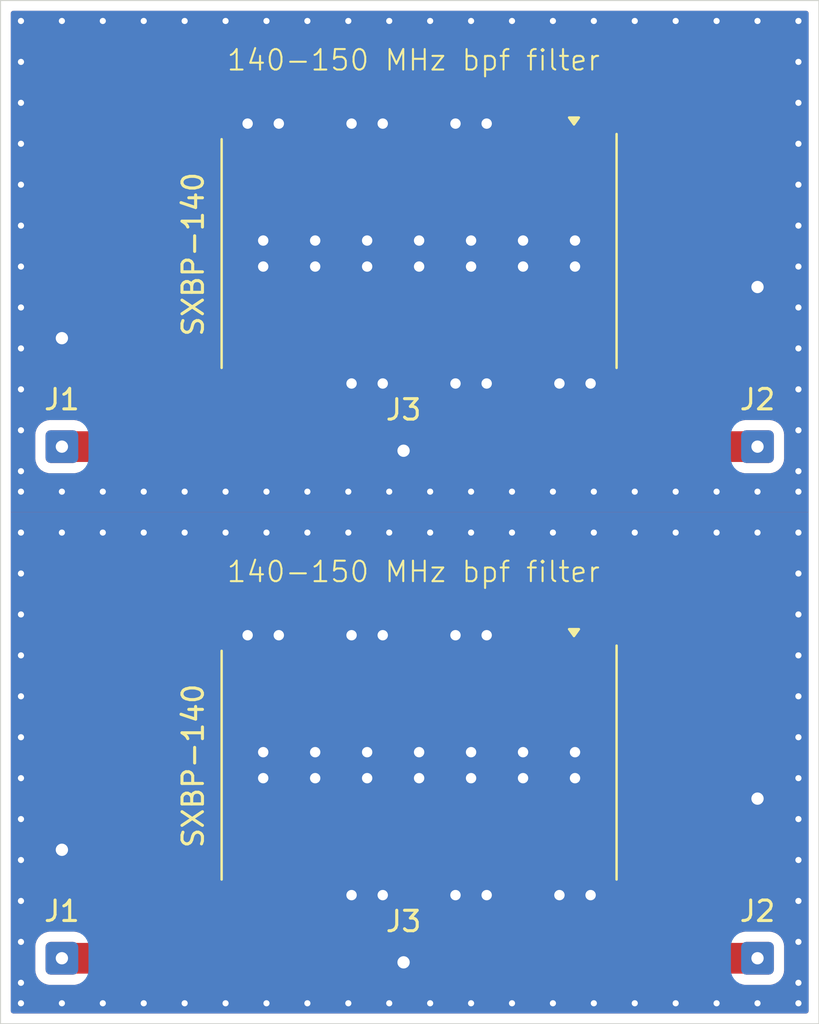
<source format=kicad_pcb>
(kicad_pcb (version 20240108) (generator "pcbnew") (generator_version "8.0")
  (layers (0 "F.Cu" signal) (31 "B.Cu" signal) (34 "B.Paste" user) (35 "F.Paste" user) (36 "B.SilkS" user "B.Silkscreen") (37 "F.SilkS" user "F.Silkscreen") (38 "B.Mask" user) (39 "F.Mask" user) (44 "Edge.Cuts" user))
  (net 0 "")
  (net 1 "Net-(J1-Pin_1)")
  (net 2 "GND")
  (net 3 "Net-(J2-Pin_1)")
  (footprint "RF_Mini-Circuits:Mini-Circuits_HF1139_LandPatternPL-230" (layer "F.Cu") (at 105.46 57.365 -90)
    (property "Reference" "U1" (hide yes))
    (property "Value" "SXBP-140")
    (fp_line (start 5.588 9.652) (end -5.588 9.652) (stroke (width 0.12)) (layer "F.SilkS"))
    (fp_line (start 5.588 -9.652) (end -5.842 -9.652) (stroke (width 0.12)) (layer "F.SilkS"))
    (fp_poly (pts (xy -6.31 -7.57) (xy -6.646 -7.33) (xy -6.646 -7.81) (xy -6.31 -7.57)) (stroke (width 0.12)) (fill solid) (layer "F.SilkS"))
    (pad "1" smd rect (at -5.2705 -7.62 180) (size 1.524 1.397) (layers "F.Cu" "F.Paste" "F.Mask") (net 3 "Net-(J2-Pin_1)") (clearance 3.3782))
    (pad "2" smd rect (at 5.2705 -7.62 180) (size 1.524 1.397) (layers "F.Cu" "F.Paste" "F.Mask") (net 2 "GND"))
    (pad "2" thru_hole circle (at 6.35 -8.382 180) (size 1.016 1.016) (drill 0.508) (layers "*.Cu") (net 2 "GND"))
    (pad "2" thru_hole circle (at 6.35 -6.858 180) (size 1.016 1.016) (drill 0.508) (layers "*.Cu") (net 2 "GND"))
    (pad "3" thru_hole circle (at -6.35 -3.302 180) (size 1.016 1.016) (drill 0.508) (layers "*.Cu") (net 2 "GND"))
    (pad "3" thru_hole circle (at -6.35 -1.778 180) (size 1.016 1.016) (drill 0.508) (layers "*.Cu") (net 2 "GND"))
    (pad "3" smd rect (at -5.2705 -2.54 180) (size 1.524 1.397) (layers "F.Cu" "F.Paste" "F.Mask") (net 2 "GND"))
    (pad "4" smd rect (at 5.2705 -2.54 180) (size 1.524 1.397) (layers "F.Cu" "F.Paste" "F.Mask") (net 2 "GND"))
    (pad "4" thru_hole circle (at 6.35 -3.302 180) (size 1.016 1.016) (drill 0.508) (layers "*.Cu") (net 2 "GND"))
    (pad "4" thru_hole circle (at 6.35 -1.778 180) (size 1.016 1.016) (drill 0.508) (layers "*.Cu") (net 2 "GND"))
    (pad "5" thru_hole circle (at -6.35 1.778 180) (size 1.016 1.016) (drill 0.508) (layers "*.Cu") (net 2 "GND"))
    (pad "5" thru_hole circle (at -6.35 3.302 180) (size 1.016 1.016) (drill 0.508) (layers "*.Cu") (net 2 "GND"))
    (pad "5" smd rect (at -5.2705 2.54 180) (size 1.524 1.397) (layers "F.Cu" "F.Paste" "F.Mask") (net 2 "GND"))
    (pad "6" smd rect (at 5.2705 2.54 180) (size 1.524 1.397) (layers "F.Cu" "F.Paste" "F.Mask") (net 2 "GND"))
    (pad "6" thru_hole circle (at 6.35 1.778 180) (size 1.016 1.016) (drill 0.508) (layers "*.Cu") (net 2 "GND"))
    (pad "6" thru_hole circle (at 6.35 3.302 180) (size 1.016 1.016) (drill 0.508) (layers "*.Cu") (net 2 "GND"))
    (pad "7" thru_hole circle (at -6.35 6.858 180) (size 1.016 1.016) (drill 0.508) (layers "*.Cu") (net 2 "GND"))
    (pad "7" thru_hole circle (at -6.35 8.382 180) (size 1.016 1.016) (drill 0.508) (layers "*.Cu") (net 2 "GND"))
    (pad "7" smd rect (at -5.2705 7.62 180) (size 1.524 1.397) (layers "F.Cu" "F.Paste" "F.Mask") (net 2 "GND"))
    (pad "7" smd rect (at -4.0259 2.794 180) (size 13.208 5.6642) (layers "F.Cu") (net 2 "GND"))
    (pad "7" thru_hole circle (at -0.635 -7.62 180) (size 1.016 1.016) (drill 0.508) (layers "*.Cu") (net 2 "GND"))
    (pad "7" thru_hole circle (at -0.635 -5.08 180) (size 1.016 1.016) (drill 0.508) (layers "*.Cu") (net 2 "GND"))
    (pad "7" thru_hole circle (at -0.635 -2.54 180) (size 1.016 1.016) (drill 0.508) (layers "*.Cu") (net 2 "GND"))
    (pad "7" thru_hole circle (at -0.635 0 180) (size 1.016 1.016) (drill 0.508) (layers "*.Cu") (net 2 "GND"))
    (pad "7" thru_hole circle (at -0.635 2.54 180) (size 1.016 1.016) (drill 0.508) (layers "*.Cu") (net 2 "GND"))
    (pad "7" thru_hole circle (at -0.635 5.08 180) (size 1.016 1.016) (drill 0.508) (layers "*.Cu") (net 2 "GND"))
    (pad "7" thru_hole circle (at -0.635 7.62 180) (size 1.016 1.016) (drill 0.508) (layers "*.Cu") (net 2 "GND"))
    (pad "7" smd rect (at 0 0 180) (size 18.796 2.3876) (layers "F.Cu") (net 2 "GND"))
    (pad "7" thru_hole circle (at 0.635 -7.62 180) (size 1.016 1.016) (drill 0.508) (layers "*.Cu") (net 2 "GND"))
    (pad "7" thru_hole circle (at 0.635 -5.08 180) (size 1.016 1.016) (drill 0.508) (layers "*.Cu") (net 2 "GND"))
    (pad "7" thru_hole circle (at 0.635 -2.54 180) (size 1.016 1.016) (drill 0.508) (layers "*.Cu") (net 2 "GND"))
    (pad "7" thru_hole circle (at 0.635 0 180) (size 1.016 1.016) (drill 0.508) (layers "*.Cu") (net 2 "GND"))
    (pad "7" thru_hole circle (at 0.635 2.54 180) (size 1.016 1.016) (drill 0.508) (layers "*.Cu") (net 2 "GND"))
    (pad "7" thru_hole circle (at 0.635 5.08 180) (size 1.016 1.016) (drill 0.508) (layers "*.Cu") (net 2 "GND"))
    (pad "7" thru_hole circle (at 0.635 7.62 180) (size 1.016 1.016) (drill 0.508) (layers "*.Cu") (net 2 "GND"))
    (pad "7" smd rect (at 4.0259 -2.794 180) (size 13.208 5.6642) (layers "F.Cu") (net 2 "GND"))
    (pad "8" smd rect (at 5.2705 7.62 180) (size 1.524 1.397) (layers "F.Cu" "F.Paste" "F.Mask") (net 1 "Net-(J1-Pin_1)") (clearance 3.3782))
  )
  (footprint "Connector_Wire:SolderWire-0.1sqmm_1x01_D0.4mm_OD1mm" (layer "F.Cu") (at 104.7 92)
    (property "Reference" "J3" (at 0 -2 0) (layer "F.SilkS"))
    (property "Value" "Conn_01x01_Socket" (hide yes))
    (pad "1" thru_hole roundrect (at 0 0) (size 1.6 1.6) (drill 0.6) (layers "*.Cu" "*.Mask") (roundrect_rratio 0.15625) (net 2 "GND"))
  )
  (footprint "Connector_Wire:SolderWire-0.1sqmm_1x02_P3.6mm_D0.4mm_OD1mm" (layer "F.Cu") (at 122 91.8 90)
    (property "Reference" "J2" (at 2.3 0 180) (layer "F.SilkS"))
    (property "Value" "Conn_01x02_Socket" (hide yes))
    (pad "1" thru_hole roundrect (at 0 0 90) (size 1.6 1.6) (drill 0.6) (layers "*.Cu" "*.Mask") (roundrect_rratio 0.15625) (net 3 "Net-(J2-Pin_1)"))
    (pad "2" thru_hole circle (at 7.8 0 90) (size 1.6 1.6) (drill 0.6) (layers "*.Cu" "*.Mask") (net 2 "GND"))
  )
  (footprint "Connector_Wire:SolderWire-0.1sqmm_1x02_P3.6mm_D0.4mm_OD1mm" (layer "F.Cu") (at 122 66.8 90)
    (property "Reference" "J2" (at 2.3 0 180) (layer "F.SilkS"))
    (property "Value" "Conn_01x02_Socket" (hide yes))
    (pad "1" thru_hole roundrect (at 0 0 90) (size 1.6 1.6) (drill 0.6) (layers "*.Cu" "*.Mask") (roundrect_rratio 0.15625) (net 3 "Net-(J2-Pin_1)"))
    (pad "2" thru_hole circle (at 7.8 0 90) (size 1.6 1.6) (drill 0.6) (layers "*.Cu" "*.Mask") (net 2 "GND"))
  )
  (footprint "Connector_Wire:SolderWire-0.1sqmm_1x01_D0.4mm_OD1mm" (layer "F.Cu") (at 104.7 67)
    (property "Reference" "J3" (at 0 -2 0) (layer "F.SilkS"))
    (property "Value" "Conn_01x01_Socket" (hide yes))
    (pad "1" thru_hole roundrect (at 0 0) (size 1.6 1.6) (drill 0.6) (layers "*.Cu" "*.Mask") (roundrect_rratio 0.15625) (net 2 "GND"))
  )
  (footprint "RF_Mini-Circuits:Mini-Circuits_HF1139_LandPatternPL-230" (layer "F.Cu") (at 105.46 82.365 -90)
    (property "Reference" "U1" (hide yes))
    (property "Value" "SXBP-140")
    (fp_line (start 5.588 9.652) (end -5.588 9.652) (stroke (width 0.12)) (layer "F.SilkS"))
    (fp_line (start 5.588 -9.652) (end -5.842 -9.652) (stroke (width 0.12)) (layer "F.SilkS"))
    (fp_poly (pts (xy -6.31 -7.57) (xy -6.646 -7.33) (xy -6.646 -7.81) (xy -6.31 -7.57)) (stroke (width 0.12)) (fill solid) (layer "F.SilkS"))
    (pad "1" smd rect (at -5.2705 -7.62 180) (size 1.524 1.397) (layers "F.Cu" "F.Paste" "F.Mask") (net 3 "Net-(J2-Pin_1)") (clearance 3.3782))
    (pad "2" smd rect (at 5.2705 -7.62 180) (size 1.524 1.397) (layers "F.Cu" "F.Paste" "F.Mask") (net 2 "GND"))
    (pad "2" thru_hole circle (at 6.35 -8.382 180) (size 1.016 1.016) (drill 0.508) (layers "*.Cu") (net 2 "GND"))
    (pad "2" thru_hole circle (at 6.35 -6.858 180) (size 1.016 1.016) (drill 0.508) (layers "*.Cu") (net 2 "GND"))
    (pad "3" thru_hole circle (at -6.35 -3.302 180) (size 1.016 1.016) (drill 0.508) (layers "*.Cu") (net 2 "GND"))
    (pad "3" thru_hole circle (at -6.35 -1.778 180) (size 1.016 1.016) (drill 0.508) (layers "*.Cu") (net 2 "GND"))
    (pad "3" smd rect (at -5.2705 -2.54 180) (size 1.524 1.397) (layers "F.Cu" "F.Paste" "F.Mask") (net 2 "GND"))
    (pad "4" smd rect (at 5.2705 -2.54 180) (size 1.524 1.397) (layers "F.Cu" "F.Paste" "F.Mask") (net 2 "GND"))
    (pad "4" thru_hole circle (at 6.35 -3.302 180) (size 1.016 1.016) (drill 0.508) (layers "*.Cu") (net 2 "GND"))
    (pad "4" thru_hole circle (at 6.35 -1.778 180) (size 1.016 1.016) (drill 0.508) (layers "*.Cu") (net 2 "GND"))
    (pad "5" thru_hole circle (at -6.35 1.778 180) (size 1.016 1.016) (drill 0.508) (layers "*.Cu") (net 2 "GND"))
    (pad "5" thru_hole circle (at -6.35 3.302 180) (size 1.016 1.016) (drill 0.508) (layers "*.Cu") (net 2 "GND"))
    (pad "5" smd rect (at -5.2705 2.54 180) (size 1.524 1.397) (layers "F.Cu" "F.Paste" "F.Mask") (net 2 "GND"))
    (pad "6" smd rect (at 5.2705 2.54 180) (size 1.524 1.397) (layers "F.Cu" "F.Paste" "F.Mask") (net 2 "GND"))
    (pad "6" thru_hole circle (at 6.35 1.778 180) (size 1.016 1.016) (drill 0.508) (layers "*.Cu") (net 2 "GND"))
    (pad "6" thru_hole circle (at 6.35 3.302 180) (size 1.016 1.016) (drill 0.508) (layers "*.Cu") (net 2 "GND"))
    (pad "7" thru_hole circle (at -6.35 6.858 180) (size 1.016 1.016) (drill 0.508) (layers "*.Cu") (net 2 "GND"))
    (pad "7" thru_hole circle (at -6.35 8.382 180) (size 1.016 1.016) (drill 0.508) (layers "*.Cu") (net 2 "GND"))
    (pad "7" smd rect (at -5.2705 7.62 180) (size 1.524 1.397) (layers "F.Cu" "F.Paste" "F.Mask") (net 2 "GND"))
    (pad "7" smd rect (at -4.0259 2.794 180) (size 13.208 5.6642) (layers "F.Cu") (net 2 "GND"))
    (pad "7" thru_hole circle (at -0.635 -7.62 180) (size 1.016 1.016) (drill 0.508) (layers "*.Cu") (net 2 "GND"))
    (pad "7" thru_hole circle (at -0.635 -5.08 180) (size 1.016 1.016) (drill 0.508) (layers "*.Cu") (net 2 "GND"))
    (pad "7" thru_hole circle (at -0.635 -2.54 180) (size 1.016 1.016) (drill 0.508) (layers "*.Cu") (net 2 "GND"))
    (pad "7" thru_hole circle (at -0.635 0 180) (size 1.016 1.016) (drill 0.508) (layers "*.Cu") (net 2 "GND"))
    (pad "7" thru_hole circle (at -0.635 2.54 180) (size 1.016 1.016) (drill 0.508) (layers "*.Cu") (net 2 "GND"))
    (pad "7" thru_hole circle (at -0.635 5.08 180) (size 1.016 1.016) (drill 0.508) (layers "*.Cu") (net 2 "GND"))
    (pad "7" thru_hole circle (at -0.635 7.62 180) (size 1.016 1.016) (drill 0.508) (layers "*.Cu") (net 2 "GND"))
    (pad "7" smd rect (at 0 0 180) (size 18.796 2.3876) (layers "F.Cu") (net 2 "GND"))
    (pad "7" thru_hole circle (at 0.635 -7.62 180) (size 1.016 1.016) (drill 0.508) (layers "*.Cu") (net 2 "GND"))
    (pad "7" thru_hole circle (at 0.635 -5.08 180) (size 1.016 1.016) (drill 0.508) (layers "*.Cu") (net 2 "GND"))
    (pad "7" thru_hole circle (at 0.635 -2.54 180) (size 1.016 1.016) (drill 0.508) (layers "*.Cu") (net 2 "GND"))
    (pad "7" thru_hole circle (at 0.635 0 180) (size 1.016 1.016) (drill 0.508) (layers "*.Cu") (net 2 "GND"))
    (pad "7" thru_hole circle (at 0.635 2.54 180) (size 1.016 1.016) (drill 0.508) (layers "*.Cu") (net 2 "GND"))
    (pad "7" thru_hole circle (at 0.635 5.08 180) (size 1.016 1.016) (drill 0.508) (layers "*.Cu") (net 2 "GND"))
    (pad "7" thru_hole circle (at 0.635 7.62 180) (size 1.016 1.016) (drill 0.508) (layers "*.Cu") (net 2 "GND"))
    (pad "7" smd rect (at 4.0259 -2.794 180) (size 13.208 5.6642) (layers "F.Cu") (net 2 "GND"))
    (pad "8" smd rect (at 5.2705 7.62 180) (size 1.524 1.397) (layers "F.Cu" "F.Paste" "F.Mask") (net 1 "Net-(J1-Pin_1)") (clearance 3.3782))
  )
  (footprint "Connector_Wire:SolderWire-0.1sqmm_1x02_P3.6mm_D0.4mm_OD1mm" (layer "F.Cu") (at 88 66.8 90)
    (property "Reference" "J1" (at 2.3 0 180) (layer "F.SilkS"))
    (property "Value" "Conn_01x02_Socket" (hide yes))
    (pad "1" thru_hole roundrect (at 0 0 90) (size 1.6 1.6) (drill 0.6) (layers "*.Cu" "*.Mask") (roundrect_rratio 0.15625) (net 1 "Net-(J1-Pin_1)"))
    (pad "2" thru_hole circle (at 5.3 0 90) (size 1.6 1.6) (drill 0.6) (layers "*.Cu" "*.Mask") (net 2 "GND"))
  )
  (footprint "Connector_Wire:SolderWire-0.1sqmm_1x02_P3.6mm_D0.4mm_OD1mm" (layer "F.Cu") (at 88 91.8 90)
    (property "Reference" "J1" (at 2.3 0 180) (layer "F.SilkS"))
    (property "Value" "Conn_01x02_Socket" (hide yes))
    (pad "1" thru_hole roundrect (at 0 0 90) (size 1.6 1.6) (drill 0.6) (layers "*.Cu" "*.Mask") (roundrect_rratio 0.15625) (net 1 "Net-(J1-Pin_1)"))
    (pad "2" thru_hole circle (at 5.3 0 90) (size 1.6 1.6) (drill 0.6) (layers "*.Cu" "*.Mask") (net 2 "GND"))
  )
  (gr_rect (start 85 45) (end 125 95) (stroke (width 0.05)) (fill none) (layer "Edge.Cuts"))
  (gr_text "140-150 MHz bpf filter" (at 96 73.5 0) (layer "F.SilkS") (effects (font (size 1 1) (thickness 0.1)) (justify left bottom)))
  (gr_text "SXBP-140" (at 95 61.5 90) (layer "F.SilkS") (effects (font (size 1 1)) (justify left bottom)))
  (gr_text "140-150 MHz bpf filter" (at 96 48.5 0) (layer "F.SilkS") (effects (font (size 1 1) (thickness 0.1)) (justify left bottom)))
  (gr_text "SXBP-140" (at 95 86.5 90) (layer "F.SilkS") (effects (font (size 1 1)) (justify left bottom)))
  (segment (start 97.84 64.66) (end 97.84 62.6355) (width 1.5) (layer "F.Cu") (net 1))
  (segment (start 95.7 66.8) (end 97.84 64.66) (width 1.5) (layer "F.Cu") (net 1))
  (segment (start 88 91.8) (end 95.7 91.8) (width 1.5) (layer "F.Cu") (net 1))
  (segment (start 88 66.8) (end 95.7 66.8) (width 1.5) (layer "F.Cu") (net 1))
  (segment (start 95.7 91.8) (end 97.84 89.66) (width 1.5) (layer "F.Cu") (net 1))
  (segment (start 97.84 89.66) (end 97.84 87.6355) (width 1.5) (layer "F.Cu") (net 1))
  (via (at 122 94) (size 0.6) (drill 0.3) (layers "F.Cu" "B.Cu") (net 2))
  (via (at 124 93) (size 0.6) (drill 0.3) (layers "F.Cu" "B.Cu") (net 2))
  (via (at 124 71) (size 0.6) (drill 0.3) (layers "F.Cu" "B.Cu") (net 2))
  (via (at 124 66) (size 0.6) (drill 0.3) (layers "F.Cu" "B.Cu") (net 2))
  (via (at 86 58) (size 0.6) (drill 0.3) (layers "F.Cu" "B.Cu") (net 2))
  (via (at 96 46) (size 0.6) (drill 0.3) (layers "F.Cu" "B.Cu") (net 2))
  (via (at 86 64) (size 0.6) (drill 0.3) (layers "F.Cu" "B.Cu") (net 2))
  (via (at 104 71) (size 0.6) (drill 0.3) (layers "F.Cu" "B.Cu") (net 2))
  (via (at 86 75) (size 0.6) (drill 0.3) (layers "F.Cu" "B.Cu") (net 2))
  (via (at 124 50) (size 0.6) (drill 0.3) (layers "F.Cu" "B.Cu") (net 2))
  (via (at 96 71) (size 0.6) (drill 0.3) (layers "F.Cu" "B.Cu") (net 2))
  (via (at 100 71) (size 0.6) (drill 0.3) (layers "F.Cu" "B.Cu") (net 2))
  (via (at 124 89) (size 0.6) (drill 0.3) (layers "F.Cu" "B.Cu") (net 2))
  (via (at 104 94) (size 0.6) (drill 0.3) (layers "F.Cu" "B.Cu") (net 2))
  (via (at 102 94) (size 0.6) (drill 0.3) (layers "F.Cu" "B.Cu") (net 2))
  (via (at 110 69) (size 0.6) (drill 0.3) (layers "F.Cu" "B.Cu") (net 2))
  (via (at 124 52) (size 0.6) (drill 0.3) (layers "F.Cu" "B.Cu") (net 2))
  (via (at 98 71) (size 0.6) (drill 0.3) (layers "F.Cu" "B.Cu") (net 2))
  (via (at 92 94) (size 0.6) (drill 0.3) (layers "F.Cu" "B.Cu") (net 2))
  (via (at 114 69) (size 0.6) (drill 0.3) (layers "F.Cu" "B.Cu") (net 2))
  (via (at 86 93) (size 0.6) (drill 0.3) (layers "F.Cu" "B.Cu") (net 2))
  (via (at 118 69) (size 0.6) (drill 0.3) (layers "F.Cu" "B.Cu") (net 2))
  (via (at 86 68) (size 0.6) (drill 0.3) (layers "F.Cu" "B.Cu") (net 2))
  (via (at 86 77) (size 0.6) (drill 0.3) (layers "F.Cu" "B.Cu") (net 2))
  (via (at 124 85) (size 0.6) (drill 0.3) (layers "F.Cu" "B.Cu") (net 2))
  (via (at 122 69) (size 0.6) (drill 0.3) (layers "F.Cu" "B.Cu") (net 2))
  (via (at 110 94) (size 0.6) (drill 0.3) (layers "F.Cu" "B.Cu") (net 2))
  (via (at 124 79) (size 0.6) (drill 0.3) (layers "F.Cu" "B.Cu") (net 2))
  (via (at 106 94) (size 0.6) (drill 0.3) (layers "F.Cu" "B.Cu") (net 2))
  (via (at 124 73) (size 0.6) (drill 0.3) (layers "F.Cu" "B.Cu") (net 2))
  (via (at 86 46) (size 0.6) (drill 0.3) (layers "F.Cu" "B.Cu") (net 2))
  (via (at 124 68) (size 0.6) (drill 0.3) (layers "F.Cu" "B.Cu") (net 2))
  (via (at 124 56) (size 0.6) (drill 0.3) (layers "F.Cu" "B.Cu") (net 2))
  (via (at 104 46) (size 0.6) (drill 0.3) (layers "F.Cu" "B.Cu") (net 2))
  (via (at 120 71) (size 0.6) (drill 0.3) (layers "F.Cu" "B.Cu") (net 2))
  (via (at 92 69) (size 0.6) (drill 0.3) (layers "F.Cu" "B.Cu") (net 2))
  (via (at 86 87) (size 0.6) (drill 0.3) (layers "F.Cu" "B.Cu") (net 2))
  (via (at 96 69) (size 0.6) (drill 0.3) (layers "F.Cu" "B.Cu") (net 2))
  (via (at 102 46) (size 0.6) (drill 0.3) (layers "F.Cu" "B.Cu") (net 2))
  (via (at 124 62) (size 0.6) (drill 0.3) (layers "F.Cu" "B.Cu") (net 2))
  (via (at 92 46) (size 0.6) (drill 0.3) (layers "F.Cu" "B.Cu") (net 2))
  (via (at 124 87) (size 0.6) (drill 0.3) (layers "F.Cu" "B.Cu") (net 2))
  (via (at 114 71) (size 0.6) (drill 0.3) (layers "F.Cu" "B.Cu") (net 2))
  (via (at 120 94) (size 0.6) (drill 0.3) (layers "F.Cu" "B.Cu") (net 2))
  (via (at 124 46) (size 0.6) (drill 0.3) (layers "F.Cu" "B.Cu") (net 2))
  (via (at 86 60) (size 0.6) (drill 0.3) (layers "F.Cu" "B.Cu") (net 2))
  (via (at 110 46) (size 0.6) (drill 0.3) (layers "F.Cu" "B.Cu") (net 2))
  (via (at 118 94) (size 0.6) (drill 0.3) (layers "F.Cu" "B.Cu") (net 2))
  (via (at 96 94) (size 0.6) (drill 0.3) (layers "F.Cu" "B.Cu") (net 2))
  (via (at 122 71) (size 0.6) (drill 0.3) (layers "F.Cu" "B.Cu") (net 2))
  (via (at 116 94) (size 0.6) (drill 0.3) (layers "F.Cu" "B.Cu") (net 2))
  (via (at 88 69) (size 0.6) (drill 0.3) (layers "F.Cu" "B.Cu") (net 2))
  (via (at 86 94) (size 0.6) (drill 0.3) (layers "F.Cu" "B.Cu") (net 2))
  (via (at 102 69) (size 0.6) (drill 0.3) (layers "F.Cu" "B.Cu") (net 2))
  (via (at 124 64) (size 0.6) (drill 0.3) (layers "F.Cu" "B.Cu") (net 2))
  (via (at 124 75) (size 0.6) (drill 0.3) (layers "F.Cu" "B.Cu") (net 2))
  (via (at 86 66) (size 0.6) (drill 0.3) (layers "F.Cu" "B.Cu") (net 2))
  (via (at 86 52) (size 0.6) (drill 0.3) (layers "F.Cu" "B.Cu") (net 2))
  (via (at 88 94) (size 0.6) (drill 0.3) (layers "F.Cu" "B.Cu") (net 2))
  (via (at 98 46) (size 0.6) (drill 0.3) (layers "F.Cu" "B.Cu") (net 2))
  (via (at 124 48) (size 0.6) (drill 0.3) (layers "F.Cu" "B.Cu") (net 2))
  (via (at 124 91) (size 0.6) (drill 0.3) (layers "F.Cu" "B.Cu") (net 2))
  (via (at 100 94) (size 0.6) (drill 0.3) (layers "F.Cu" "B.Cu") (net 2))
  (via (at 90 94) (size 0.6) (drill 0.3) (layers "F.Cu" "B.Cu") (net 2))
  (via (at 90 69) (size 0.6) (drill 0.3) (layers "F.Cu" "B.Cu") (net 2))
  (via (at 86 83) (size 0.6) (drill 0.3) (layers "F.Cu" "B.Cu") (net 2))
  (via (at 94 71) (size 0.6) (drill 0.3) (layers "F.Cu" "B.Cu") (net 2))
  (via (at 86 48) (size 0.6) (drill 0.3) (layers "F.Cu" "B.Cu") (net 2))
  (via (at 112 71) (size 0.6) (drill 0.3) (layers "F.Cu" "B.Cu") (net 2))
  (via (at 108 94) (size 0.6) (drill 0.3) (layers "F.Cu" "B.Cu") (net 2))
  (via (at 114 94) (size 0.6) (drill 0.3) (layers "F.Cu" "B.Cu") (net 2))
  (via (at 94 69) (size 0.6) (drill 0.3) (layers "F.Cu" "B.Cu") (net 2))
  (via (at 116 46) (size 0.6) (drill 0.3) (layers "F.Cu" "B.Cu") (net 2))
  (via (at 124 81) (size 0.6) (drill 0.3) (layers "F.Cu" "B.Cu") (net 2))
  (via (at 88 46) (size 0.6) (drill 0.3) (layers "F.Cu" "B.Cu") (net 2))
  (via (at 112 69) (size 0.6) (drill 0.3) (layers "F.Cu" "B.Cu") (net 2))
  (via (at 106 71) (size 0.6) (drill 0.3) (layers "F.Cu" "B.Cu") (net 2))
  (via (at 92 71) (size 0.6) (drill 0.3) (layers "F.Cu" "B.Cu") (net 2))
  (via (at 118 46) (size 0.6) (drill 0.3) (layers "F.Cu" "B.Cu") (net 2))
  (via (at 110 71) (size 0.6) (drill 0.3) (layers "F.Cu" "B.Cu") (net 2))
  (via (at 86 56) (size 0.6) (drill 0.3) (layers "F.Cu" "B.Cu") (net 2))
  (via (at 112 46) (size 0.6) (drill 0.3) (layers "F.Cu" "B.Cu") (net 2))
  (via (at 86 73) (size 0.6) (drill 0.3) (layers "F.Cu" "B.Cu") (net 2))
  (via (at 116 71) (size 0.6) (drill 0.3) (layers "F.Cu" "B.Cu") (net 2))
  (via (at 104 69) (size 0.6) (drill 0.3) (layers "F.Cu" "B.Cu") (net 2))
  (via (at 124 83) (size 0.6) (drill 0.3) (layers "F.Cu" "B.Cu") (net 2))
  (via (at 86 62) (size 0.6) (drill 0.3) (layers "F.Cu" "B.Cu") (net 2))
  (via (at 94 46) (size 0.6) (drill 0.3) (layers "F.Cu" "B.Cu") (net 2))
  (via (at 106 46) (size 0.6) (drill 0.3) (layers "F.Cu" "B.Cu") (net 2))
  (via (at 118 71) (size 0.6) (drill 0.3) (layers "F.Cu" "B.Cu") (net 2))
  (via (at 86 85) (size 0.6) (drill 0.3) (layers "F.Cu" "B.Cu") (net 2))
  (via (at 86 71) (size 0.6) (drill 0.3) (layers "F.Cu" "B.Cu") (net 2))
  (via (at 124 58) (size 0.6) (drill 0.3) (layers "F.Cu" "B.Cu") (net 2))
  (via (at 108 71) (size 0.6) (drill 0.3) (layers "F.Cu" "B.Cu") (net 2))
  (via (at 112 94) (size 0.6) (drill 0.3) (layers "F.Cu" "B.Cu") (net 2))
  (via (at 116 69) (size 0.6) (drill 0.3) (layers "F.Cu" "B.Cu") (net 2))
  (via (at 124 69) (size 0.6) (drill 0.3) (layers "F.Cu" "B.Cu") (net 2))
  (via (at 86 81) (size 0.6) (drill 0.3) (layers "F.Cu" "B.Cu") (net 2))
  (via (at 98 69) (size 0.6) (drill 0.3) (layers "F.Cu" "B.Cu") (net 2))
  (via (at 108 46) (size 0.6) (drill 0.3) (layers "F.Cu" "B.Cu") (net 2))
  (via (at 94 94) (size 0.6) (drill 0.3) (layers "F.Cu" "B.Cu") (net 2))
  (via (at 86 91) (size 0.6) (drill 0.3) (layers "F.Cu" "B.Cu") (net 2))
  (via (at 86 54) (size 0.6) (drill 0.3) (layers "F.Cu" "B.Cu") (net 2))
  (via (at 90 71) (size 0.6) (drill 0.3) (layers "F.Cu" "B.Cu") (net 2))
  (via (at 114 46) (size 0.6) (drill 0.3) (layers "F.Cu" "B.Cu") (net 2))
  (via (at 124 54) (size 0.6) (drill 0.3) (layers "F.Cu" "B.Cu") (net 2))
  (via (at 122 46) (size 0.6) (drill 0.3) (layers "F.Cu" "B.Cu") (net 2))
  (via (at 120 69) (size 0.6) (drill 0.3) (layers "F.Cu" "B.Cu") (net 2))
  (via (at 90 46) (size 0.6) (drill 0.3) (layers "F.Cu" "B.Cu") (net 2))
  (via (at 100 69) (size 0.6) (drill 0.3) (layers "F.Cu" "B.Cu") (net 2))
  (via (at 98 94) (size 0.6) (drill 0.3) (layers "F.Cu" "B.Cu") (net 2))
  (via (at 100 46) (size 0.6) (drill 0.3) (layers "F.Cu" "B.Cu") (net 2))
  (via (at 124 94) (size 0.6) (drill 0.3) (layers "F.Cu" "B.Cu") (net 2))
  (via (at 108 69) (size 0.6) (drill 0.3) (layers "F.Cu" "B.Cu") (net 2))
  (via (at 124 77) (size 0.6) (drill 0.3) (layers "F.Cu" "B.Cu") (net 2))
  (via (at 86 89) (size 0.6) (drill 0.3) (layers "F.Cu" "B.Cu") (net 2))
  (via (at 102 71) (size 0.6) (drill 0.3) (layers "F.Cu" "B.Cu") (net 2))
  (via (at 88 71) (size 0.6) (drill 0.3) (layers "F.Cu" "B.Cu") (net 2))
  (via (at 120 46) (size 0.6) (drill 0.3) (layers "F.Cu" "B.Cu") (net 2))
  (via (at 124 60) (size 0.6) (drill 0.3) (layers "F.Cu" "B.Cu") (net 2))
  (via (at 106 69) (size 0.6) (drill 0.3) (layers "F.Cu" "B.Cu") (net 2))
  (via (at 86 79) (size 0.6) (drill 0.3) (layers "F.Cu" "B.Cu") (net 2))
  (via (at 86 50) (size 0.6) (drill 0.3) (layers "F.Cu" "B.Cu") (net 2))
  (via (at 86 69) (size 0.6) (drill 0.3) (layers "F.Cu" "B.Cu") (net 2))
  (segment (start 116.0945 77.0945) (end 117.5 78.5) (width 1.5) (layer "F.Cu") (net 3))
  (segment (start 119.8 91.8) (end 122 91.8) (width 1.5) (layer "F.Cu") (net 3))
  (segment (start 117.5 78.5) (end 117.5 89.5) (width 1.5) (layer "F.Cu") (net 3))
  (segment (start 117.5 64.5) (end 119.8 66.8) (width 1.5) (layer "F.Cu") (net 3))
  (segment (start 116.0945 52.0945) (end 117.5 53.5) (width 1.5) (layer "F.Cu") (net 3))
  (segment (start 113.08 52.0945) (end 116.0945 52.0945) (width 1.5) (layer "F.Cu") (net 3))
  (segment (start 119.8 66.8) (end 122 66.8) (width 1.5) (layer "F.Cu") (net 3))
  (segment (start 113.08 77.0945) (end 116.0945 77.0945) (width 1.5) (layer "F.Cu") (net 3))
  (segment (start 117.5 53.5) (end 117.5 64.5) (width 1.5) (layer "F.Cu") (net 3))
  (segment (start 117.5 89.5) (end 119.8 91.8) (width 1.5) (layer "F.Cu") (net 3))
  (zone (net 2) (net_name "GND") (layers "F&B.Cu") (connect_pads yes (clearance 0.5)) (min_thickness 0.25) (fill yes (thermal_gap 0.5) (thermal_bridge_width 0.5))
    (polygon (pts (xy 85 70) (xy 125 70) (xy 125 95) (xy 85 95)))
  )
  (zone (net 2) (net_name "GND") (layers "F&B.Cu") (connect_pads yes (clearance 0.5)) (min_thickness 0.25) (fill yes (thermal_gap 0.5) (thermal_bridge_width 0.5))
    (polygon (pts (xy 85 45) (xy 125 45) (xy 125 70) (xy 85 70)))
  )
)
</source>
